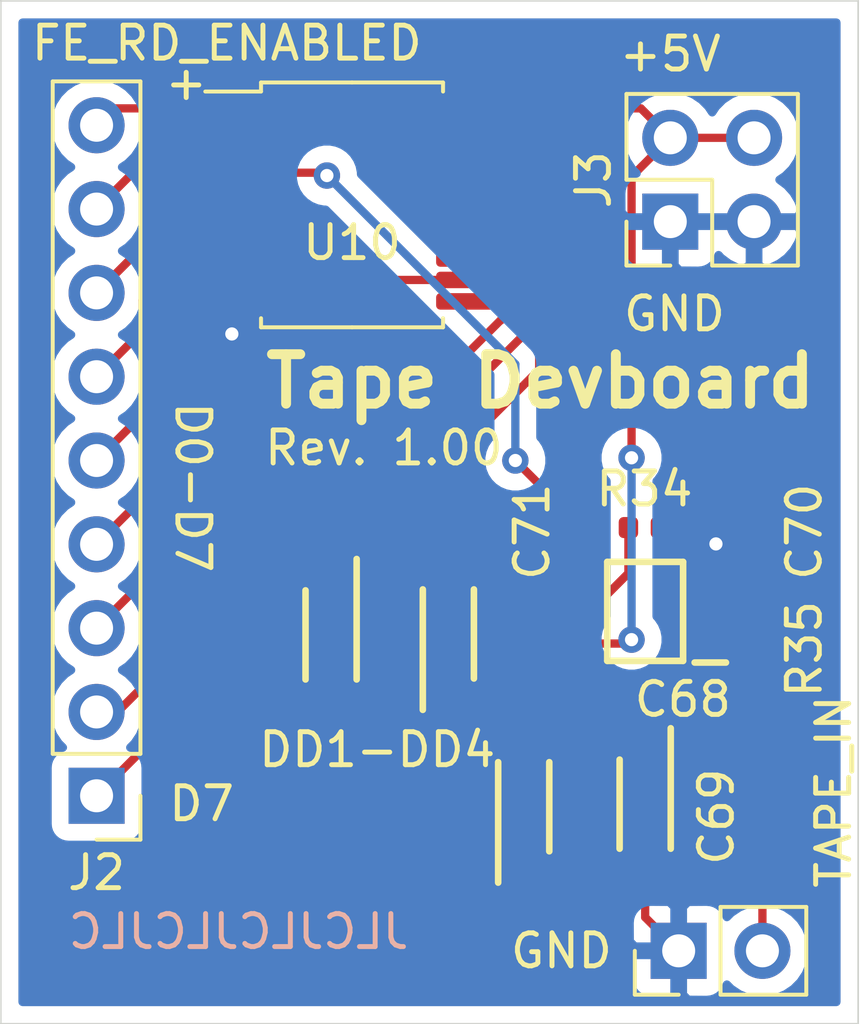
<source format=kicad_pcb>
(kicad_pcb (version 20171130) (host pcbnew "(5.1.6)-1")

  (general
    (thickness 1.6)
    (drawings 16)
    (tracks 107)
    (zones 0)
    (modules 15)
    (nets 21)
  )

  (page A4)
  (layers
    (0 F.Cu signal)
    (31 B.Cu signal)
    (32 B.Adhes user)
    (33 F.Adhes user)
    (34 B.Paste user)
    (35 F.Paste user)
    (36 B.SilkS user)
    (37 F.SilkS user)
    (38 B.Mask user)
    (39 F.Mask user)
    (40 Dwgs.User user)
    (41 Cmts.User user)
    (42 Eco1.User user)
    (43 Eco2.User user)
    (44 Edge.Cuts user)
    (45 Margin user)
    (46 B.CrtYd user)
    (47 F.CrtYd user)
    (48 B.Fab user)
    (49 F.Fab user hide)
  )

  (setup
    (last_trace_width 0.25)
    (trace_clearance 0.2)
    (zone_clearance 0.508)
    (zone_45_only no)
    (trace_min 0.2)
    (via_size 0.8)
    (via_drill 0.4)
    (via_min_size 0.4)
    (via_min_drill 0.3)
    (uvia_size 0.3)
    (uvia_drill 0.1)
    (uvias_allowed no)
    (uvia_min_size 0.2)
    (uvia_min_drill 0.1)
    (edge_width 0.05)
    (segment_width 0.2)
    (pcb_text_width 0.3)
    (pcb_text_size 1.5 1.5)
    (mod_edge_width 0.12)
    (mod_text_size 1 1)
    (mod_text_width 0.15)
    (pad_size 1.524 1.524)
    (pad_drill 0.762)
    (pad_to_mask_clearance 0.05)
    (aux_axis_origin 0 0)
    (visible_elements 7FFFFFFF)
    (pcbplotparams
      (layerselection 0x010fc_ffffffff)
      (usegerberextensions false)
      (usegerberattributes true)
      (usegerberadvancedattributes true)
      (creategerberjobfile true)
      (excludeedgelayer true)
      (linewidth 0.100000)
      (plotframeref false)
      (viasonmask false)
      (mode 1)
      (useauxorigin false)
      (hpglpennumber 1)
      (hpglpenspeed 20)
      (hpglpendiameter 15.000000)
      (psnegative false)
      (psa4output false)
      (plotreference true)
      (plotvalue true)
      (plotinvisibletext false)
      (padsonsilk false)
      (subtractmaskfromsilk false)
      (outputformat 1)
      (mirror false)
      (drillshape 0)
      (scaleselection 1)
      (outputdirectory "gerber/"))
  )

  (net 0 "")
  (net 1 "Net-(C68-Pad2)")
  (net 2 "Net-(C68-Pad1)")
  (net 3 /TAPE_IN)
  (net 4 "Net-(C70-Pad2)")
  (net 5 "Net-(C70-Pad1)")
  (net 6 "Net-(C71-Pad2)")
  (net 7 "Net-(C71-Pad1)")
  (net 8 GND)
  (net 9 "Net-(D2-Pad1)")
  (net 10 +5V)
  (net 11 /TAPE_IN_DIGIT)
  (net 12 /FE_RD_ENABLED)
  (net 13 /D0)
  (net 14 /D1)
  (net 15 /D2)
  (net 16 /D3)
  (net 17 /D4)
  (net 18 /D5)
  (net 19 /D6)
  (net 20 /D7)

  (net_class Default "This is the default net class."
    (clearance 0.2)
    (trace_width 0.25)
    (via_dia 0.8)
    (via_drill 0.4)
    (uvia_dia 0.3)
    (uvia_drill 0.1)
    (add_net +5V)
    (add_net /D0)
    (add_net /D1)
    (add_net /D2)
    (add_net /D3)
    (add_net /D4)
    (add_net /D5)
    (add_net /D6)
    (add_net /D7)
    (add_net /FE_RD_ENABLED)
    (add_net /TAPE_IN)
    (add_net /TAPE_IN_DIGIT)
    (add_net GND)
    (add_net "Net-(C68-Pad1)")
    (add_net "Net-(C68-Pad2)")
    (add_net "Net-(C70-Pad1)")
    (add_net "Net-(C70-Pad2)")
    (add_net "Net-(C71-Pad1)")
    (add_net "Net-(C71-Pad2)")
    (add_net "Net-(D2-Pad1)")
  )

  (module Package_SO:SSOP-20_5.3x7.2mm_P0.65mm (layer F.Cu) (tedit 5D9F72B1) (tstamp 5F663395)
    (at 128.651 75.184)
    (descr "SSOP, 20 Pin (http://ww1.microchip.com/downloads/en/DeviceDoc/40001800C.pdf), generated with kicad-footprint-generator ipc_gullwing_generator.py")
    (tags "SSOP SO")
    (path /5F5F9FD0)
    (attr smd)
    (fp_text reference U10 (at 0 1.143) (layer F.SilkS)
      (effects (font (size 1 1) (thickness 0.15)))
    )
    (fp_text value 74LS244 (at 0 4.55) (layer F.Fab)
      (effects (font (size 1 1) (thickness 0.15)))
    )
    (fp_line (start 4.7 -3.85) (end -4.7 -3.85) (layer F.CrtYd) (width 0.05))
    (fp_line (start 4.7 3.85) (end 4.7 -3.85) (layer F.CrtYd) (width 0.05))
    (fp_line (start -4.7 3.85) (end 4.7 3.85) (layer F.CrtYd) (width 0.05))
    (fp_line (start -4.7 -3.85) (end -4.7 3.85) (layer F.CrtYd) (width 0.05))
    (fp_line (start -2.65 -2.6) (end -1.65 -3.6) (layer F.Fab) (width 0.1))
    (fp_line (start -2.65 3.6) (end -2.65 -2.6) (layer F.Fab) (width 0.1))
    (fp_line (start 2.65 3.6) (end -2.65 3.6) (layer F.Fab) (width 0.1))
    (fp_line (start 2.65 -3.6) (end 2.65 3.6) (layer F.Fab) (width 0.1))
    (fp_line (start -1.65 -3.6) (end 2.65 -3.6) (layer F.Fab) (width 0.1))
    (fp_line (start -2.76 -3.435) (end -4.45 -3.435) (layer F.SilkS) (width 0.12))
    (fp_line (start -2.76 -3.71) (end -2.76 -3.435) (layer F.SilkS) (width 0.12))
    (fp_line (start 0 -3.71) (end -2.76 -3.71) (layer F.SilkS) (width 0.12))
    (fp_line (start 2.76 -3.71) (end 2.76 -3.435) (layer F.SilkS) (width 0.12))
    (fp_line (start 0 -3.71) (end 2.76 -3.71) (layer F.SilkS) (width 0.12))
    (fp_line (start -2.76 3.71) (end -2.76 3.435) (layer F.SilkS) (width 0.12))
    (fp_line (start 0 3.71) (end -2.76 3.71) (layer F.SilkS) (width 0.12))
    (fp_line (start 2.76 3.71) (end 2.76 3.435) (layer F.SilkS) (width 0.12))
    (fp_line (start 0 3.71) (end 2.76 3.71) (layer F.SilkS) (width 0.12))
    (fp_text user %R (at 0 0) (layer F.Fab)
      (effects (font (size 1 1) (thickness 0.15)))
    )
    (pad 20 smd roundrect (at 3.5 -2.925) (size 1.9 0.5) (layers F.Cu F.Paste F.Mask) (roundrect_rratio 0.25)
      (net 10 +5V))
    (pad 19 smd roundrect (at 3.5 -2.275) (size 1.9 0.5) (layers F.Cu F.Paste F.Mask) (roundrect_rratio 0.25)
      (net 12 /FE_RD_ENABLED))
    (pad 18 smd roundrect (at 3.5 -1.625) (size 1.9 0.5) (layers F.Cu F.Paste F.Mask) (roundrect_rratio 0.25)
      (net 20 /D7))
    (pad 17 smd roundrect (at 3.5 -0.975) (size 1.9 0.5) (layers F.Cu F.Paste F.Mask) (roundrect_rratio 0.25))
    (pad 16 smd roundrect (at 3.5 -0.325) (size 1.9 0.5) (layers F.Cu F.Paste F.Mask) (roundrect_rratio 0.25)
      (net 19 /D6))
    (pad 15 smd roundrect (at 3.5 0.325) (size 1.9 0.5) (layers F.Cu F.Paste F.Mask) (roundrect_rratio 0.25))
    (pad 14 smd roundrect (at 3.5 0.975) (size 1.9 0.5) (layers F.Cu F.Paste F.Mask) (roundrect_rratio 0.25)
      (net 18 /D5))
    (pad 13 smd roundrect (at 3.5 1.625) (size 1.9 0.5) (layers F.Cu F.Paste F.Mask) (roundrect_rratio 0.25))
    (pad 12 smd roundrect (at 3.5 2.275) (size 1.9 0.5) (layers F.Cu F.Paste F.Mask) (roundrect_rratio 0.25)
      (net 17 /D4))
    (pad 11 smd roundrect (at 3.5 2.925) (size 1.9 0.5) (layers F.Cu F.Paste F.Mask) (roundrect_rratio 0.25))
    (pad 10 smd roundrect (at -3.5 2.925) (size 1.9 0.5) (layers F.Cu F.Paste F.Mask) (roundrect_rratio 0.25)
      (net 8 GND))
    (pad 9 smd roundrect (at -3.5 2.275) (size 1.9 0.5) (layers F.Cu F.Paste F.Mask) (roundrect_rratio 0.25)
      (net 16 /D3))
    (pad 8 smd roundrect (at -3.5 1.625) (size 1.9 0.5) (layers F.Cu F.Paste F.Mask) (roundrect_rratio 0.25))
    (pad 7 smd roundrect (at -3.5 0.975) (size 1.9 0.5) (layers F.Cu F.Paste F.Mask) (roundrect_rratio 0.25)
      (net 15 /D2))
    (pad 6 smd roundrect (at -3.5 0.325) (size 1.9 0.5) (layers F.Cu F.Paste F.Mask) (roundrect_rratio 0.25))
    (pad 5 smd roundrect (at -3.5 -0.325) (size 1.9 0.5) (layers F.Cu F.Paste F.Mask) (roundrect_rratio 0.25)
      (net 14 /D1))
    (pad 4 smd roundrect (at -3.5 -0.975) (size 1.9 0.5) (layers F.Cu F.Paste F.Mask) (roundrect_rratio 0.25)
      (net 11 /TAPE_IN_DIGIT))
    (pad 3 smd roundrect (at -3.5 -1.625) (size 1.9 0.5) (layers F.Cu F.Paste F.Mask) (roundrect_rratio 0.25)
      (net 13 /D0))
    (pad 2 smd roundrect (at -3.5 -2.275) (size 1.9 0.5) (layers F.Cu F.Paste F.Mask) (roundrect_rratio 0.25))
    (pad 1 smd roundrect (at -3.5 -2.925) (size 1.9 0.5) (layers F.Cu F.Paste F.Mask) (roundrect_rratio 0.25)
      (net 12 /FE_RD_ENABLED))
    (model ${KISYS3DMOD}/Package_SO.3dshapes/SSOP-20_5.3x7.2mm_P0.65mm.wrl
      (at (xyz 0 0 0))
      (scale (xyz 1 1 1))
      (rotate (xyz 0 0 0))
    )
  )

  (module Resistor_SMD:R_0402_1005Metric (layer F.Cu) (tedit 5B301BBD) (tstamp 5F66336A)
    (at 141.097 89.939 270)
    (descr "Resistor SMD 0402 (1005 Metric), square (rectangular) end terminal, IPC_7351 nominal, (Body size source: http://www.tortai-tech.com/upload/download/2011102023233369053.pdf), generated with kicad-footprint-generator")
    (tags resistor)
    (path /5F6386E6)
    (attr smd)
    (fp_text reference R35 (at -1.293 -1.27 90) (layer F.SilkS)
      (effects (font (size 1 1) (thickness 0.15)))
    )
    (fp_text value 620 (at 0 1.17 90) (layer F.Fab)
      (effects (font (size 1 1) (thickness 0.15)))
    )
    (fp_line (start 0.93 0.47) (end -0.93 0.47) (layer F.CrtYd) (width 0.05))
    (fp_line (start 0.93 -0.47) (end 0.93 0.47) (layer F.CrtYd) (width 0.05))
    (fp_line (start -0.93 -0.47) (end 0.93 -0.47) (layer F.CrtYd) (width 0.05))
    (fp_line (start -0.93 0.47) (end -0.93 -0.47) (layer F.CrtYd) (width 0.05))
    (fp_line (start 0.5 0.25) (end -0.5 0.25) (layer F.Fab) (width 0.1))
    (fp_line (start 0.5 -0.25) (end 0.5 0.25) (layer F.Fab) (width 0.1))
    (fp_line (start -0.5 -0.25) (end 0.5 -0.25) (layer F.Fab) (width 0.1))
    (fp_line (start -0.5 0.25) (end -0.5 -0.25) (layer F.Fab) (width 0.1))
    (fp_text user %R (at 0 0 90) (layer F.Fab)
      (effects (font (size 0.25 0.25) (thickness 0.04)))
    )
    (pad 2 smd roundrect (at 0.485 0 270) (size 0.59 0.64) (layers F.Cu F.Paste F.Mask) (roundrect_rratio 0.25)
      (net 1 "Net-(C68-Pad2)"))
    (pad 1 smd roundrect (at -0.485 0 270) (size 0.59 0.64) (layers F.Cu F.Paste F.Mask) (roundrect_rratio 0.25)
      (net 9 "Net-(D2-Pad1)"))
    (model ${KISYS3DMOD}/Resistor_SMD.3dshapes/R_0402_1005Metric.wrl
      (at (xyz 0 0 0))
      (scale (xyz 1 1 1))
      (rotate (xyz 0 0 0))
    )
  )

  (module Resistor_SMD:R_0402_1005Metric (layer F.Cu) (tedit 5B301BBD) (tstamp 5F66335B)
    (at 137.518 84.963)
    (descr "Resistor SMD 0402 (1005 Metric), square (rectangular) end terminal, IPC_7351 nominal, (Body size source: http://www.tortai-tech.com/upload/download/2011102023233369053.pdf), generated with kicad-footprint-generator")
    (tags resistor)
    (path /5F6CEC88)
    (attr smd)
    (fp_text reference R34 (at 0 -1.17) (layer F.SilkS)
      (effects (font (size 1 1) (thickness 0.15)))
    )
    (fp_text value 100k (at 0 1.17) (layer F.Fab)
      (effects (font (size 1 1) (thickness 0.15)))
    )
    (fp_line (start 0.93 0.47) (end -0.93 0.47) (layer F.CrtYd) (width 0.05))
    (fp_line (start 0.93 -0.47) (end 0.93 0.47) (layer F.CrtYd) (width 0.05))
    (fp_line (start -0.93 -0.47) (end 0.93 -0.47) (layer F.CrtYd) (width 0.05))
    (fp_line (start -0.93 0.47) (end -0.93 -0.47) (layer F.CrtYd) (width 0.05))
    (fp_line (start 0.5 0.25) (end -0.5 0.25) (layer F.Fab) (width 0.1))
    (fp_line (start 0.5 -0.25) (end 0.5 0.25) (layer F.Fab) (width 0.1))
    (fp_line (start -0.5 -0.25) (end 0.5 -0.25) (layer F.Fab) (width 0.1))
    (fp_line (start -0.5 0.25) (end -0.5 -0.25) (layer F.Fab) (width 0.1))
    (fp_text user %R (at 0 0) (layer F.Fab)
      (effects (font (size 0.25 0.25) (thickness 0.04)))
    )
    (pad 2 smd roundrect (at 0.485 0) (size 0.59 0.64) (layers F.Cu F.Paste F.Mask) (roundrect_rratio 0.25)
      (net 5 "Net-(C70-Pad1)"))
    (pad 1 smd roundrect (at -0.485 0) (size 0.59 0.64) (layers F.Cu F.Paste F.Mask) (roundrect_rratio 0.25)
      (net 7 "Net-(C71-Pad1)"))
    (model ${KISYS3DMOD}/Resistor_SMD.3dshapes/R_0402_1005Metric.wrl
      (at (xyz 0 0 0))
      (scale (xyz 1 1 1))
      (rotate (xyz 0 0 0))
    )
  )

  (module Connector_PinHeader_2.54mm:PinHeader_2x02_P2.54mm_Vertical (layer F.Cu) (tedit 59FED5CC) (tstamp 5F66334C)
    (at 138.303 75.692 90)
    (descr "Through hole straight pin header, 2x02, 2.54mm pitch, double rows")
    (tags "Through hole pin header THT 2x02 2.54mm double row")
    (path /5F6C0AAE)
    (fp_text reference J3 (at 1.27 -2.33 90) (layer F.SilkS)
      (effects (font (size 1 1) (thickness 0.15)))
    )
    (fp_text value Conn_02x02_Odd_Even (at 1.27 4.87 90) (layer F.Fab)
      (effects (font (size 1 1) (thickness 0.15)))
    )
    (fp_line (start 4.35 -1.8) (end -1.8 -1.8) (layer F.CrtYd) (width 0.05))
    (fp_line (start 4.35 4.35) (end 4.35 -1.8) (layer F.CrtYd) (width 0.05))
    (fp_line (start -1.8 4.35) (end 4.35 4.35) (layer F.CrtYd) (width 0.05))
    (fp_line (start -1.8 -1.8) (end -1.8 4.35) (layer F.CrtYd) (width 0.05))
    (fp_line (start -1.33 -1.33) (end 0 -1.33) (layer F.SilkS) (width 0.12))
    (fp_line (start -1.33 0) (end -1.33 -1.33) (layer F.SilkS) (width 0.12))
    (fp_line (start 1.27 -1.33) (end 3.87 -1.33) (layer F.SilkS) (width 0.12))
    (fp_line (start 1.27 1.27) (end 1.27 -1.33) (layer F.SilkS) (width 0.12))
    (fp_line (start -1.33 1.27) (end 1.27 1.27) (layer F.SilkS) (width 0.12))
    (fp_line (start 3.87 -1.33) (end 3.87 3.87) (layer F.SilkS) (width 0.12))
    (fp_line (start -1.33 1.27) (end -1.33 3.87) (layer F.SilkS) (width 0.12))
    (fp_line (start -1.33 3.87) (end 3.87 3.87) (layer F.SilkS) (width 0.12))
    (fp_line (start -1.27 0) (end 0 -1.27) (layer F.Fab) (width 0.1))
    (fp_line (start -1.27 3.81) (end -1.27 0) (layer F.Fab) (width 0.1))
    (fp_line (start 3.81 3.81) (end -1.27 3.81) (layer F.Fab) (width 0.1))
    (fp_line (start 3.81 -1.27) (end 3.81 3.81) (layer F.Fab) (width 0.1))
    (fp_line (start 0 -1.27) (end 3.81 -1.27) (layer F.Fab) (width 0.1))
    (fp_text user %R (at 1.27 1.27) (layer F.Fab)
      (effects (font (size 1 1) (thickness 0.15)))
    )
    (pad 4 thru_hole oval (at 2.54 2.54 90) (size 1.7 1.7) (drill 1) (layers *.Cu *.Mask)
      (net 10 +5V))
    (pad 3 thru_hole oval (at 0 2.54 90) (size 1.7 1.7) (drill 1) (layers *.Cu *.Mask)
      (net 8 GND))
    (pad 2 thru_hole oval (at 2.54 0 90) (size 1.7 1.7) (drill 1) (layers *.Cu *.Mask)
      (net 10 +5V))
    (pad 1 thru_hole rect (at 0 0 90) (size 1.7 1.7) (drill 1) (layers *.Cu *.Mask)
      (net 8 GND))
    (model ${KISYS3DMOD}/Connector_PinHeader_2.54mm.3dshapes/PinHeader_2x02_P2.54mm_Vertical.wrl
      (at (xyz 0 0 0))
      (scale (xyz 1 1 1))
      (rotate (xyz 0 0 0))
    )
  )

  (module Connector_PinHeader_2.54mm:PinHeader_1x09_P2.54mm_Vertical (layer F.Cu) (tedit 59FED5CC) (tstamp 5F663332)
    (at 120.904 93.091 180)
    (descr "Through hole straight pin header, 1x09, 2.54mm pitch, single row")
    (tags "Through hole pin header THT 1x09 2.54mm single row")
    (path /5F6B68FB)
    (fp_text reference J2 (at 0 -2.33) (layer F.SilkS)
      (effects (font (size 1 1) (thickness 0.15)))
    )
    (fp_text value Conn_01x09 (at 0 22.65) (layer F.Fab)
      (effects (font (size 1 1) (thickness 0.15)))
    )
    (fp_line (start 1.8 -1.8) (end -1.8 -1.8) (layer F.CrtYd) (width 0.05))
    (fp_line (start 1.8 22.1) (end 1.8 -1.8) (layer F.CrtYd) (width 0.05))
    (fp_line (start -1.8 22.1) (end 1.8 22.1) (layer F.CrtYd) (width 0.05))
    (fp_line (start -1.8 -1.8) (end -1.8 22.1) (layer F.CrtYd) (width 0.05))
    (fp_line (start -1.33 -1.33) (end 0 -1.33) (layer F.SilkS) (width 0.12))
    (fp_line (start -1.33 0) (end -1.33 -1.33) (layer F.SilkS) (width 0.12))
    (fp_line (start -1.33 1.27) (end 1.33 1.27) (layer F.SilkS) (width 0.12))
    (fp_line (start 1.33 1.27) (end 1.33 21.65) (layer F.SilkS) (width 0.12))
    (fp_line (start -1.33 1.27) (end -1.33 21.65) (layer F.SilkS) (width 0.12))
    (fp_line (start -1.33 21.65) (end 1.33 21.65) (layer F.SilkS) (width 0.12))
    (fp_line (start -1.27 -0.635) (end -0.635 -1.27) (layer F.Fab) (width 0.1))
    (fp_line (start -1.27 21.59) (end -1.27 -0.635) (layer F.Fab) (width 0.1))
    (fp_line (start 1.27 21.59) (end -1.27 21.59) (layer F.Fab) (width 0.1))
    (fp_line (start 1.27 -1.27) (end 1.27 21.59) (layer F.Fab) (width 0.1))
    (fp_line (start -0.635 -1.27) (end 1.27 -1.27) (layer F.Fab) (width 0.1))
    (fp_text user %R (at 0 10.16 90) (layer F.Fab)
      (effects (font (size 1 1) (thickness 0.15)))
    )
    (pad 9 thru_hole oval (at 0 20.32 180) (size 1.7 1.7) (drill 1) (layers *.Cu *.Mask)
      (net 12 /FE_RD_ENABLED))
    (pad 8 thru_hole oval (at 0 17.78 180) (size 1.7 1.7) (drill 1) (layers *.Cu *.Mask)
      (net 13 /D0))
    (pad 7 thru_hole oval (at 0 15.24 180) (size 1.7 1.7) (drill 1) (layers *.Cu *.Mask)
      (net 14 /D1))
    (pad 6 thru_hole oval (at 0 12.7 180) (size 1.7 1.7) (drill 1) (layers *.Cu *.Mask)
      (net 15 /D2))
    (pad 5 thru_hole oval (at 0 10.16 180) (size 1.7 1.7) (drill 1) (layers *.Cu *.Mask)
      (net 16 /D3))
    (pad 4 thru_hole oval (at 0 7.62 180) (size 1.7 1.7) (drill 1) (layers *.Cu *.Mask)
      (net 17 /D4))
    (pad 3 thru_hole oval (at 0 5.08 180) (size 1.7 1.7) (drill 1) (layers *.Cu *.Mask)
      (net 18 /D5))
    (pad 2 thru_hole oval (at 0 2.54 180) (size 1.7 1.7) (drill 1) (layers *.Cu *.Mask)
      (net 19 /D6))
    (pad 1 thru_hole rect (at 0 0 180) (size 1.7 1.7) (drill 1) (layers *.Cu *.Mask)
      (net 20 /D7))
    (model ${KISYS3DMOD}/Connector_PinHeader_2.54mm.3dshapes/PinHeader_1x09_P2.54mm_Vertical.wrl
      (at (xyz 0 0 0))
      (scale (xyz 1 1 1))
      (rotate (xyz 0 0 0))
    )
  )

  (module Connector_PinHeader_2.54mm:PinHeader_1x02_P2.54mm_Vertical (layer F.Cu) (tedit 59FED5CC) (tstamp 5F663315)
    (at 138.557 97.79 90)
    (descr "Through hole straight pin header, 1x02, 2.54mm pitch, single row")
    (tags "Through hole pin header THT 1x02 2.54mm single row")
    (path /5F6B0548)
    (fp_text reference J1 (at 0 -2.33 90) (layer F.SilkS) hide
      (effects (font (size 1 1) (thickness 0.15)))
    )
    (fp_text value Conn_01x02 (at 0 4.87 90) (layer F.Fab)
      (effects (font (size 1 1) (thickness 0.15)))
    )
    (fp_line (start 1.8 -1.8) (end -1.8 -1.8) (layer F.CrtYd) (width 0.05))
    (fp_line (start 1.8 4.35) (end 1.8 -1.8) (layer F.CrtYd) (width 0.05))
    (fp_line (start -1.8 4.35) (end 1.8 4.35) (layer F.CrtYd) (width 0.05))
    (fp_line (start -1.8 -1.8) (end -1.8 4.35) (layer F.CrtYd) (width 0.05))
    (fp_line (start -1.33 -1.33) (end 0 -1.33) (layer F.SilkS) (width 0.12))
    (fp_line (start -1.33 0) (end -1.33 -1.33) (layer F.SilkS) (width 0.12))
    (fp_line (start -1.33 1.27) (end 1.33 1.27) (layer F.SilkS) (width 0.12))
    (fp_line (start 1.33 1.27) (end 1.33 3.87) (layer F.SilkS) (width 0.12))
    (fp_line (start -1.33 1.27) (end -1.33 3.87) (layer F.SilkS) (width 0.12))
    (fp_line (start -1.33 3.87) (end 1.33 3.87) (layer F.SilkS) (width 0.12))
    (fp_line (start -1.27 -0.635) (end -0.635 -1.27) (layer F.Fab) (width 0.1))
    (fp_line (start -1.27 3.81) (end -1.27 -0.635) (layer F.Fab) (width 0.1))
    (fp_line (start 1.27 3.81) (end -1.27 3.81) (layer F.Fab) (width 0.1))
    (fp_line (start 1.27 -1.27) (end 1.27 3.81) (layer F.Fab) (width 0.1))
    (fp_line (start -0.635 -1.27) (end 1.27 -1.27) (layer F.Fab) (width 0.1))
    (fp_text user %R (at 0 1.27) (layer F.Fab)
      (effects (font (size 1 1) (thickness 0.15)))
    )
    (pad 2 thru_hole oval (at 0 2.54 90) (size 1.7 1.7) (drill 1) (layers *.Cu *.Mask)
      (net 3 /TAPE_IN))
    (pad 1 thru_hole rect (at 0 0 90) (size 1.7 1.7) (drill 1) (layers *.Cu *.Mask)
      (net 8 GND))
    (model ${KISYS3DMOD}/Connector_PinHeader_2.54mm.3dshapes/PinHeader_1x02_P2.54mm_Vertical.wrl
      (at (xyz 0 0 0))
      (scale (xyz 1 1 1))
      (rotate (xyz 0 0 0))
    )
  )

  (module SamacSys_Parts:SOP65P400X110-8N (layer F.Cu) (tedit 0) (tstamp 5F6632FF)
    (at 137.541 87.503 180)
    (descr SOT505-2)
    (tags "Integrated Circuit")
    (path /5F6A771D)
    (attr smd)
    (fp_text reference IC13 (at 0 -1.143 270) (layer F.SilkS) hide
      (effects (font (size 1.27 1.27) (thickness 0.254)))
    )
    (fp_text value 74HCT3G14DP,125 (at 0 0) (layer F.SilkS) hide
      (effects (font (size 1.27 1.27) (thickness 0.254)))
    )
    (fp_line (start -2.45 -1.55) (end -1.5 -1.55) (layer F.SilkS) (width 0.2))
    (fp_line (start -1.15 1.5) (end -1.15 -1.5) (layer F.SilkS) (width 0.2))
    (fp_line (start 1.15 1.5) (end -1.15 1.5) (layer F.SilkS) (width 0.2))
    (fp_line (start 1.15 -1.5) (end 1.15 1.5) (layer F.SilkS) (width 0.2))
    (fp_line (start -1.15 -1.5) (end 1.15 -1.5) (layer F.SilkS) (width 0.2))
    (fp_line (start -1.5 -0.85) (end -0.85 -1.5) (layer F.Fab) (width 0.1))
    (fp_line (start -1.5 1.5) (end -1.5 -1.5) (layer F.Fab) (width 0.1))
    (fp_line (start 1.5 1.5) (end -1.5 1.5) (layer F.Fab) (width 0.1))
    (fp_line (start 1.5 -1.5) (end 1.5 1.5) (layer F.Fab) (width 0.1))
    (fp_line (start -1.5 -1.5) (end 1.5 -1.5) (layer F.Fab) (width 0.1))
    (fp_line (start -2.7 1.8) (end -2.7 -1.8) (layer F.CrtYd) (width 0.05))
    (fp_line (start 2.7 1.8) (end -2.7 1.8) (layer F.CrtYd) (width 0.05))
    (fp_line (start 2.7 -1.8) (end 2.7 1.8) (layer F.CrtYd) (width 0.05))
    (fp_line (start -2.7 -1.8) (end 2.7 -1.8) (layer F.CrtYd) (width 0.05))
    (fp_text user %R (at 0 0) (layer F.Fab)
      (effects (font (size 1.27 1.27) (thickness 0.254)))
    )
    (pad 8 smd rect (at 1.975 -0.975 270) (size 0.45 0.95) (layers F.Cu F.Paste F.Mask)
      (net 10 +5V))
    (pad 7 smd rect (at 1.975 -0.325 270) (size 0.45 0.95) (layers F.Cu F.Paste F.Mask)
      (net 6 "Net-(C71-Pad2)"))
    (pad 6 smd rect (at 1.975 0.325 270) (size 0.45 0.95) (layers F.Cu F.Paste F.Mask)
      (net 7 "Net-(C71-Pad1)"))
    (pad 5 smd rect (at 1.975 0.975 270) (size 0.45 0.95) (layers F.Cu F.Paste F.Mask)
      (net 11 /TAPE_IN_DIGIT))
    (pad 4 smd rect (at -1.975 0.975 270) (size 0.45 0.95) (layers F.Cu F.Paste F.Mask)
      (net 8 GND))
    (pad 3 smd rect (at -1.975 0.325 270) (size 0.45 0.95) (layers F.Cu F.Paste F.Mask)
      (net 4 "Net-(C70-Pad2)"))
    (pad 2 smd rect (at -1.975 -0.325 270) (size 0.45 0.95) (layers F.Cu F.Paste F.Mask)
      (net 5 "Net-(C70-Pad1)"))
    (pad 1 smd rect (at -1.975 -0.975 270) (size 0.45 0.95) (layers F.Cu F.Paste F.Mask)
      (net 9 "Net-(D2-Pad1)"))
    (model "D:\\docs\\GitHub\\DIY\\zx\\pentagon 128 portable\\KiCad\\SamacSys_Parts.3dshapes\\74HCT3G14DP,125.stp"
      (at (xyz 0 0 0))
      (scale (xyz 1 1 1))
      (rotate (xyz 0 0 0))
    )
  )

  (module SamacSys_Parts:SOD3716X145N (layer F.Cu) (tedit 0) (tstamp 5F66485B)
    (at 128.016 88.216 270)
    (descr 1N6263W-7-F)
    (tags Diode)
    (path /5F68BE6C)
    (attr smd)
    (fp_text reference D4 (at 4.113 0 90) (layer F.SilkS) hide
      (effects (font (size 1.27 1.27) (thickness 0.254)))
    )
    (fp_text value 1N4148W-7-F (at 0 0 90) (layer F.SilkS) hide
      (effects (font (size 1.27 1.27) (thickness 0.254)))
    )
    (fp_line (start -1.35 0.775) (end 1.35 0.775) (layer F.SilkS) (width 0.2))
    (fp_line (start -2.3 -0.775) (end 1.35 -0.775) (layer F.SilkS) (width 0.2))
    (fp_line (start -1.35 -0.175) (end -0.75 -0.775) (layer F.Fab) (width 0.1))
    (fp_line (start -1.35 0.775) (end -1.35 -0.775) (layer F.Fab) (width 0.1))
    (fp_line (start 1.35 0.775) (end -1.35 0.775) (layer F.Fab) (width 0.1))
    (fp_line (start 1.35 -0.775) (end 1.35 0.775) (layer F.Fab) (width 0.1))
    (fp_line (start -1.35 -0.775) (end 1.35 -0.775) (layer F.Fab) (width 0.1))
    (fp_line (start -2.55 1.675) (end -2.55 -1.675) (layer F.CrtYd) (width 0.05))
    (fp_line (start 2.55 1.675) (end -2.55 1.675) (layer F.CrtYd) (width 0.05))
    (fp_line (start 2.55 -1.675) (end 2.55 1.675) (layer F.CrtYd) (width 0.05))
    (fp_line (start -2.55 -1.675) (end 2.55 -1.675) (layer F.CrtYd) (width 0.05))
    (fp_text user %R (at 0 0 90) (layer F.Fab)
      (effects (font (size 1.27 1.27) (thickness 0.254)))
    )
    (pad 2 smd rect (at 1.7 0) (size 0.75 1.2) (layers F.Cu F.Paste F.Mask)
      (net 9 "Net-(D2-Pad1)"))
    (pad 1 smd rect (at -1.7 0) (size 0.75 1.2) (layers F.Cu F.Paste F.Mask)
      (net 6 "Net-(C71-Pad2)"))
    (model "D:\\docs\\GitHub\\DIY\\zx\\pentagon 128 portable\\KiCad\\SamacSys_Parts.3dshapes\\1N4148W-7-F.stp"
      (at (xyz 0 0 0))
      (scale (xyz 1 1 1))
      (rotate (xyz 0 0 0))
    )
  )

  (module SamacSys_Parts:SOD3716X145N (layer F.Cu) (tedit 0) (tstamp 5F6632D2)
    (at 137.541 93.345 270)
    (descr 1N6263W-7-F)
    (tags Diode)
    (path /5F697C1F)
    (attr smd)
    (fp_text reference D3 (at 0 0 90) (layer F.SilkS) hide
      (effects (font (size 1.27 1.27) (thickness 0.254)))
    )
    (fp_text value 1N4148W-7-F (at 0 0 90) (layer F.SilkS) hide
      (effects (font (size 1.27 1.27) (thickness 0.254)))
    )
    (fp_line (start -1.35 0.775) (end 1.35 0.775) (layer F.SilkS) (width 0.2))
    (fp_line (start -2.3 -0.775) (end 1.35 -0.775) (layer F.SilkS) (width 0.2))
    (fp_line (start -1.35 -0.175) (end -0.75 -0.775) (layer F.Fab) (width 0.1))
    (fp_line (start -1.35 0.775) (end -1.35 -0.775) (layer F.Fab) (width 0.1))
    (fp_line (start 1.35 0.775) (end -1.35 0.775) (layer F.Fab) (width 0.1))
    (fp_line (start 1.35 -0.775) (end 1.35 0.775) (layer F.Fab) (width 0.1))
    (fp_line (start -1.35 -0.775) (end 1.35 -0.775) (layer F.Fab) (width 0.1))
    (fp_line (start -2.55 1.675) (end -2.55 -1.675) (layer F.CrtYd) (width 0.05))
    (fp_line (start 2.55 1.675) (end -2.55 1.675) (layer F.CrtYd) (width 0.05))
    (fp_line (start 2.55 -1.675) (end 2.55 1.675) (layer F.CrtYd) (width 0.05))
    (fp_line (start -2.55 -1.675) (end 2.55 -1.675) (layer F.CrtYd) (width 0.05))
    (fp_text user %R (at 0 0 90) (layer F.Fab)
      (effects (font (size 1.27 1.27) (thickness 0.254)))
    )
    (pad 2 smd rect (at 1.7 0) (size 0.75 1.2) (layers F.Cu F.Paste F.Mask)
      (net 8 GND))
    (pad 1 smd rect (at -1.7 0) (size 0.75 1.2) (layers F.Cu F.Paste F.Mask)
      (net 2 "Net-(C68-Pad1)"))
    (model "D:\\docs\\GitHub\\DIY\\zx\\pentagon 128 portable\\KiCad\\SamacSys_Parts.3dshapes\\1N4148W-7-F.stp"
      (at (xyz 0 0 0))
      (scale (xyz 1 1 1))
      (rotate (xyz 0 0 0))
    )
  )

  (module SamacSys_Parts:SOD3716X145N (layer F.Cu) (tedit 0) (tstamp 5F66488E)
    (at 131.572 88.187 90)
    (descr 1N6263W-7-F)
    (tags Diode)
    (path /5F68872D)
    (attr smd)
    (fp_text reference D2 (at -4.142 -1.905 90) (layer F.SilkS) hide
      (effects (font (size 1.27 1.27) (thickness 0.254)))
    )
    (fp_text value 1N4148W-7-F (at 0 0 90) (layer F.SilkS) hide
      (effects (font (size 1.27 1.27) (thickness 0.254)))
    )
    (fp_line (start -1.35 0.775) (end 1.35 0.775) (layer F.SilkS) (width 0.2))
    (fp_line (start -2.3 -0.775) (end 1.35 -0.775) (layer F.SilkS) (width 0.2))
    (fp_line (start -1.35 -0.175) (end -0.75 -0.775) (layer F.Fab) (width 0.1))
    (fp_line (start -1.35 0.775) (end -1.35 -0.775) (layer F.Fab) (width 0.1))
    (fp_line (start 1.35 0.775) (end -1.35 0.775) (layer F.Fab) (width 0.1))
    (fp_line (start 1.35 -0.775) (end 1.35 0.775) (layer F.Fab) (width 0.1))
    (fp_line (start -1.35 -0.775) (end 1.35 -0.775) (layer F.Fab) (width 0.1))
    (fp_line (start -2.55 1.675) (end -2.55 -1.675) (layer F.CrtYd) (width 0.05))
    (fp_line (start 2.55 1.675) (end -2.55 1.675) (layer F.CrtYd) (width 0.05))
    (fp_line (start 2.55 -1.675) (end 2.55 1.675) (layer F.CrtYd) (width 0.05))
    (fp_line (start -2.55 -1.675) (end 2.55 -1.675) (layer F.CrtYd) (width 0.05))
    (fp_text user %R (at 0 0 90) (layer F.Fab)
      (effects (font (size 1.27 1.27) (thickness 0.254)))
    )
    (pad 2 smd rect (at 1.7 0 180) (size 0.75 1.2) (layers F.Cu F.Paste F.Mask)
      (net 6 "Net-(C71-Pad2)"))
    (pad 1 smd rect (at -1.7 0 180) (size 0.75 1.2) (layers F.Cu F.Paste F.Mask)
      (net 9 "Net-(D2-Pad1)"))
    (model "D:\\docs\\GitHub\\DIY\\zx\\pentagon 128 portable\\KiCad\\SamacSys_Parts.3dshapes\\1N4148W-7-F.stp"
      (at (xyz 0 0 0))
      (scale (xyz 1 1 1))
      (rotate (xyz 0 0 0))
    )
  )

  (module SamacSys_Parts:SOD3716X145N (layer F.Cu) (tedit 0) (tstamp 5F6632AE)
    (at 133.858 93.423 90)
    (descr 1N6263W-7-F)
    (tags Diode)
    (path /5F698A27)
    (attr smd)
    (fp_text reference D1 (at 0 0 90) (layer F.SilkS) hide
      (effects (font (size 1.27 1.27) (thickness 0.254)))
    )
    (fp_text value 1N4148W-7-F (at 0 0 90) (layer F.SilkS) hide
      (effects (font (size 1.27 1.27) (thickness 0.254)))
    )
    (fp_line (start -1.35 0.775) (end 1.35 0.775) (layer F.SilkS) (width 0.2))
    (fp_line (start -2.3 -0.775) (end 1.35 -0.775) (layer F.SilkS) (width 0.2))
    (fp_line (start -1.35 -0.175) (end -0.75 -0.775) (layer F.Fab) (width 0.1))
    (fp_line (start -1.35 0.775) (end -1.35 -0.775) (layer F.Fab) (width 0.1))
    (fp_line (start 1.35 0.775) (end -1.35 0.775) (layer F.Fab) (width 0.1))
    (fp_line (start 1.35 -0.775) (end 1.35 0.775) (layer F.Fab) (width 0.1))
    (fp_line (start -1.35 -0.775) (end 1.35 -0.775) (layer F.Fab) (width 0.1))
    (fp_line (start -2.55 1.675) (end -2.55 -1.675) (layer F.CrtYd) (width 0.05))
    (fp_line (start 2.55 1.675) (end -2.55 1.675) (layer F.CrtYd) (width 0.05))
    (fp_line (start 2.55 -1.675) (end 2.55 1.675) (layer F.CrtYd) (width 0.05))
    (fp_line (start -2.55 -1.675) (end 2.55 -1.675) (layer F.CrtYd) (width 0.05))
    (fp_text user %R (at 0 0 90) (layer F.Fab)
      (effects (font (size 1.27 1.27) (thickness 0.254)))
    )
    (pad 2 smd rect (at 1.7 0 180) (size 0.75 1.2) (layers F.Cu F.Paste F.Mask)
      (net 2 "Net-(C68-Pad1)"))
    (pad 1 smd rect (at -1.7 0 180) (size 0.75 1.2) (layers F.Cu F.Paste F.Mask)
      (net 8 GND))
    (model "D:\\docs\\GitHub\\DIY\\zx\\pentagon 128 portable\\KiCad\\SamacSys_Parts.3dshapes\\1N4148W-7-F.stp"
      (at (xyz 0 0 0))
      (scale (xyz 1 1 1))
      (rotate (xyz 0 0 0))
    )
  )

  (module Capacitor_SMD:C_0402_1005Metric (layer F.Cu) (tedit 5B301BBE) (tstamp 5F66329C)
    (at 133.985 87.526 270)
    (descr "Capacitor SMD 0402 (1005 Metric), square (rectangular) end terminal, IPC_7351 nominal, (Body size source: http://www.tortai-tech.com/upload/download/2011102023233369053.pdf), generated with kicad-footprint-generator")
    (tags capacitor)
    (path /5F6C9F7A)
    (attr smd)
    (fp_text reference C71 (at -2.436 -0.127 90) (layer F.SilkS)
      (effects (font (size 1 1) (thickness 0.15)))
    )
    (fp_text value 0.1uF (at 0 1.17 90) (layer F.Fab)
      (effects (font (size 1 1) (thickness 0.15)))
    )
    (fp_line (start 0.93 0.47) (end -0.93 0.47) (layer F.CrtYd) (width 0.05))
    (fp_line (start 0.93 -0.47) (end 0.93 0.47) (layer F.CrtYd) (width 0.05))
    (fp_line (start -0.93 -0.47) (end 0.93 -0.47) (layer F.CrtYd) (width 0.05))
    (fp_line (start -0.93 0.47) (end -0.93 -0.47) (layer F.CrtYd) (width 0.05))
    (fp_line (start 0.5 0.25) (end -0.5 0.25) (layer F.Fab) (width 0.1))
    (fp_line (start 0.5 -0.25) (end 0.5 0.25) (layer F.Fab) (width 0.1))
    (fp_line (start -0.5 -0.25) (end 0.5 -0.25) (layer F.Fab) (width 0.1))
    (fp_line (start -0.5 0.25) (end -0.5 -0.25) (layer F.Fab) (width 0.1))
    (fp_text user %R (at 0 0 90) (layer F.Fab)
      (effects (font (size 0.25 0.25) (thickness 0.04)))
    )
    (pad 2 smd roundrect (at 0.485 0 270) (size 0.59 0.64) (layers F.Cu F.Paste F.Mask) (roundrect_rratio 0.25)
      (net 6 "Net-(C71-Pad2)"))
    (pad 1 smd roundrect (at -0.485 0 270) (size 0.59 0.64) (layers F.Cu F.Paste F.Mask) (roundrect_rratio 0.25)
      (net 7 "Net-(C71-Pad1)"))
    (model ${KISYS3DMOD}/Capacitor_SMD.3dshapes/C_0402_1005Metric.wrl
      (at (xyz 0 0 0))
      (scale (xyz 1 1 1))
      (rotate (xyz 0 0 0))
    )
  )

  (module Capacitor_SMD:C_0402_1005Metric (layer F.Cu) (tedit 5B301BBE) (tstamp 5F66328D)
    (at 141.097 87.607 90)
    (descr "Capacitor SMD 0402 (1005 Metric), square (rectangular) end terminal, IPC_7351 nominal, (Body size source: http://www.tortai-tech.com/upload/download/2011102023233369053.pdf), generated with kicad-footprint-generator")
    (tags capacitor)
    (path /5F6CE3D2)
    (attr smd)
    (fp_text reference C70 (at 2.517 1.27 90) (layer F.SilkS)
      (effects (font (size 1 1) (thickness 0.15)))
    )
    (fp_text value 0.1uF (at 0 1.17 90) (layer F.Fab)
      (effects (font (size 1 1) (thickness 0.15)))
    )
    (fp_line (start 0.93 0.47) (end -0.93 0.47) (layer F.CrtYd) (width 0.05))
    (fp_line (start 0.93 -0.47) (end 0.93 0.47) (layer F.CrtYd) (width 0.05))
    (fp_line (start -0.93 -0.47) (end 0.93 -0.47) (layer F.CrtYd) (width 0.05))
    (fp_line (start -0.93 0.47) (end -0.93 -0.47) (layer F.CrtYd) (width 0.05))
    (fp_line (start 0.5 0.25) (end -0.5 0.25) (layer F.Fab) (width 0.1))
    (fp_line (start 0.5 -0.25) (end 0.5 0.25) (layer F.Fab) (width 0.1))
    (fp_line (start -0.5 -0.25) (end 0.5 -0.25) (layer F.Fab) (width 0.1))
    (fp_line (start -0.5 0.25) (end -0.5 -0.25) (layer F.Fab) (width 0.1))
    (fp_text user %R (at 0 0 90) (layer F.Fab)
      (effects (font (size 0.25 0.25) (thickness 0.04)))
    )
    (pad 2 smd roundrect (at 0.485 0 90) (size 0.59 0.64) (layers F.Cu F.Paste F.Mask) (roundrect_rratio 0.25)
      (net 4 "Net-(C70-Pad2)"))
    (pad 1 smd roundrect (at -0.485 0 90) (size 0.59 0.64) (layers F.Cu F.Paste F.Mask) (roundrect_rratio 0.25)
      (net 5 "Net-(C70-Pad1)"))
    (model ${KISYS3DMOD}/Capacitor_SMD.3dshapes/C_0402_1005Metric.wrl
      (at (xyz 0 0 0))
      (scale (xyz 1 1 1))
      (rotate (xyz 0 0 0))
    )
  )

  (module Capacitor_SMD:C_0402_1005Metric (layer F.Cu) (tedit 5B301BBE) (tstamp 5F66327E)
    (at 141.097 93.703 270)
    (descr "Capacitor SMD 0402 (1005 Metric), square (rectangular) end terminal, IPC_7351 nominal, (Body size source: http://www.tortai-tech.com/upload/download/2011102023233369053.pdf), generated with kicad-footprint-generator")
    (tags capacitor)
    (path /5F633B63)
    (attr smd)
    (fp_text reference C69 (at 0.023 1.397 90) (layer F.SilkS)
      (effects (font (size 1 1) (thickness 0.15)))
    )
    (fp_text value 1.0 (at 0 1.17 90) (layer F.Fab)
      (effects (font (size 1 1) (thickness 0.15)))
    )
    (fp_line (start 0.93 0.47) (end -0.93 0.47) (layer F.CrtYd) (width 0.05))
    (fp_line (start 0.93 -0.47) (end 0.93 0.47) (layer F.CrtYd) (width 0.05))
    (fp_line (start -0.93 -0.47) (end 0.93 -0.47) (layer F.CrtYd) (width 0.05))
    (fp_line (start -0.93 0.47) (end -0.93 -0.47) (layer F.CrtYd) (width 0.05))
    (fp_line (start 0.5 0.25) (end -0.5 0.25) (layer F.Fab) (width 0.1))
    (fp_line (start 0.5 -0.25) (end 0.5 0.25) (layer F.Fab) (width 0.1))
    (fp_line (start -0.5 -0.25) (end 0.5 -0.25) (layer F.Fab) (width 0.1))
    (fp_line (start -0.5 0.25) (end -0.5 -0.25) (layer F.Fab) (width 0.1))
    (fp_text user %R (at 0 0 90) (layer F.Fab)
      (effects (font (size 0.25 0.25) (thickness 0.04)))
    )
    (pad 2 smd roundrect (at 0.485 0 270) (size 0.59 0.64) (layers F.Cu F.Paste F.Mask) (roundrect_rratio 0.25)
      (net 3 /TAPE_IN))
    (pad 1 smd roundrect (at -0.485 0 270) (size 0.59 0.64) (layers F.Cu F.Paste F.Mask) (roundrect_rratio 0.25)
      (net 1 "Net-(C68-Pad2)"))
    (model ${KISYS3DMOD}/Capacitor_SMD.3dshapes/C_0402_1005Metric.wrl
      (at (xyz 0 0 0))
      (scale (xyz 1 1 1))
      (rotate (xyz 0 0 0))
    )
  )

  (module Capacitor_SMD:C_0402_1005Metric (layer F.Cu) (tedit 5B301BBE) (tstamp 5F66326F)
    (at 140.589 91.694)
    (descr "Capacitor SMD 0402 (1005 Metric), square (rectangular) end terminal, IPC_7351 nominal, (Body size source: http://www.tortai-tech.com/upload/download/2011102023233369053.pdf), generated with kicad-footprint-generator")
    (tags capacitor)
    (path /5F636BB7)
    (attr smd)
    (fp_text reference C68 (at -1.905 -1.524) (layer F.SilkS)
      (effects (font (size 1 1) (thickness 0.15)))
    )
    (fp_text value 10.0 (at 0 1.17) (layer F.Fab)
      (effects (font (size 1 1) (thickness 0.15)))
    )
    (fp_line (start 0.93 0.47) (end -0.93 0.47) (layer F.CrtYd) (width 0.05))
    (fp_line (start 0.93 -0.47) (end 0.93 0.47) (layer F.CrtYd) (width 0.05))
    (fp_line (start -0.93 -0.47) (end 0.93 -0.47) (layer F.CrtYd) (width 0.05))
    (fp_line (start -0.93 0.47) (end -0.93 -0.47) (layer F.CrtYd) (width 0.05))
    (fp_line (start 0.5 0.25) (end -0.5 0.25) (layer F.Fab) (width 0.1))
    (fp_line (start 0.5 -0.25) (end 0.5 0.25) (layer F.Fab) (width 0.1))
    (fp_line (start -0.5 -0.25) (end 0.5 -0.25) (layer F.Fab) (width 0.1))
    (fp_line (start -0.5 0.25) (end -0.5 -0.25) (layer F.Fab) (width 0.1))
    (fp_text user %R (at 0 0) (layer F.Fab)
      (effects (font (size 0.25 0.25) (thickness 0.04)))
    )
    (pad 2 smd roundrect (at 0.485 0) (size 0.59 0.64) (layers F.Cu F.Paste F.Mask) (roundrect_rratio 0.25)
      (net 1 "Net-(C68-Pad2)"))
    (pad 1 smd roundrect (at -0.485 0) (size 0.59 0.64) (layers F.Cu F.Paste F.Mask) (roundrect_rratio 0.25)
      (net 2 "Net-(C68-Pad1)"))
    (model ${KISYS3DMOD}/Capacitor_SMD.3dshapes/C_0402_1005Metric.wrl
      (at (xyz 0 0 0))
      (scale (xyz 1 1 1))
      (rotate (xyz 0 0 0))
    )
  )

  (gr_text JLCJLCJLCJLC (at 125.2093 97.2058) (layer B.SilkS)
    (effects (font (size 1 1) (thickness 0.15)) (justify mirror))
  )
  (gr_text + (at 123.6218 71.4756) (layer F.SilkS)
    (effects (font (size 1 1) (thickness 0.15)))
  )
  (gr_text D7 (at 124.0917 93.3323) (layer F.SilkS)
    (effects (font (size 1 1) (thickness 0.15)))
  )
  (gr_text D0-D7 (at 123.825 83.7438 270) (layer F.SilkS)
    (effects (font (size 1 1) (thickness 0.15)))
  )
  (gr_text FE_RD_ENABLED (at 124.8537 70.2818) (layer F.SilkS)
    (effects (font (size 1 1) (thickness 0.15)))
  )
  (gr_text "Rev. 1.00" (at 129.6162 82.55) (layer F.SilkS)
    (effects (font (size 1 1) (thickness 0.15)))
  )
  (gr_text "Tape Devboard" (at 134.366 80.5307) (layer F.SilkS)
    (effects (font (size 1.5 1.5) (thickness 0.3)))
  )
  (gr_text DD1-DD4 (at 129.413 91.694) (layer F.SilkS)
    (effects (font (size 1 1) (thickness 0.15)))
  )
  (gr_text GND (at 135.001 97.79) (layer F.SilkS)
    (effects (font (size 1 1) (thickness 0.15)))
  )
  (gr_text TAPE_IN (at 143.256 92.964 90) (layer F.SilkS)
    (effects (font (size 1 1) (thickness 0.15)))
  )
  (gr_text GND (at 138.43 78.486) (layer F.SilkS)
    (effects (font (size 1 1) (thickness 0.15)))
  )
  (gr_text +5V (at 138.303 70.612) (layer F.SilkS)
    (effects (font (size 1 1) (thickness 0.15)))
  )
  (gr_line (start 144 69) (end 144 100) (layer Edge.Cuts) (width 0.05) (tstamp 5F664C65))
  (gr_line (start 118 69) (end 144 69) (layer Edge.Cuts) (width 0.05))
  (gr_line (start 118 100) (end 118 69) (layer Edge.Cuts) (width 0.05))
  (gr_line (start 144 100) (end 118 100) (layer Edge.Cuts) (width 0.05))

  (segment (start 141.097 91.717) (end 141.074 91.694) (width 0.25) (layer F.Cu) (net 1))
  (segment (start 141.097 93.218) (end 141.097 91.717) (width 0.25) (layer F.Cu) (net 1))
  (segment (start 141.074 90.447) (end 141.097 90.424) (width 0.25) (layer F.Cu) (net 1))
  (segment (start 141.074 91.694) (end 141.074 90.447) (width 0.25) (layer F.Cu) (net 1))
  (segment (start 137.463 91.723) (end 137.541 91.645) (width 0.25) (layer F.Cu) (net 2))
  (segment (start 133.858 91.723) (end 137.463 91.723) (width 0.25) (layer F.Cu) (net 2))
  (segment (start 140.055 91.645) (end 140.104 91.694) (width 0.25) (layer F.Cu) (net 2))
  (segment (start 137.541 91.645) (end 140.055 91.645) (width 0.25) (layer F.Cu) (net 2))
  (segment (start 141.097 94.188) (end 141.097 97.79) (width 0.25) (layer F.Cu) (net 3))
  (segment (start 141.041 87.178) (end 141.097 87.122) (width 0.25) (layer F.Cu) (net 4))
  (segment (start 139.516 87.178) (end 141.041 87.178) (width 0.25) (layer F.Cu) (net 4))
  (segment (start 138.880998 87.828) (end 139.516 87.828) (width 0.25) (layer F.Cu) (net 5))
  (segment (start 138.003 86.950002) (end 138.880998 87.828) (width 0.25) (layer F.Cu) (net 5))
  (segment (start 138.003 84.963) (end 138.003 86.950002) (width 0.25) (layer F.Cu) (net 5))
  (segment (start 140.833 87.828) (end 141.097 88.092) (width 0.25) (layer F.Cu) (net 5))
  (segment (start 139.516 87.828) (end 140.833 87.828) (width 0.25) (layer F.Cu) (net 5))
  (segment (start 131.543 86.516) (end 131.572 86.487) (width 0.25) (layer F.Cu) (net 6) (tstamp 5F6648B7))
  (segment (start 128.016 86.516) (end 131.543 86.516) (width 0.25) (layer F.Cu) (net 6) (tstamp 5F6648B1))
  (segment (start 135.566 87.828) (end 134.168 87.828) (width 0.25) (layer F.Cu) (net 6))
  (segment (start 133.096 88.011) (end 131.572 86.487) (width 0.25) (layer F.Cu) (net 6))
  (segment (start 133.985 88.011) (end 133.096 88.011) (width 0.25) (layer F.Cu) (net 6))
  (segment (start 136.201002 87.178) (end 135.566 87.178) (width 0.25) (layer F.Cu) (net 7))
  (segment (start 137.033 86.346002) (end 136.201002 87.178) (width 0.25) (layer F.Cu) (net 7))
  (segment (start 137.033 84.963) (end 137.033 86.346002) (width 0.25) (layer F.Cu) (net 7))
  (segment (start 135.566 87.178) (end 134.122 87.178) (width 0.25) (layer F.Cu) (net 7))
  (segment (start 137.541 95.045) (end 133.936 95.045) (width 0.25) (layer F.Cu) (net 8))
  (segment (start 137.541 96.774) (end 138.557 97.79) (width 0.25) (layer F.Cu) (net 8))
  (segment (start 137.541 95.045) (end 137.541 96.774) (width 0.25) (layer F.Cu) (net 8))
  (via (at 139.6873 85.4583) (size 0.8) (drill 0.4) (layers F.Cu B.Cu) (net 8))
  (segment (start 139.516 85.6296) (end 139.6873 85.4583) (width 0.25) (layer F.Cu) (net 8))
  (segment (start 139.516 86.528) (end 139.516 85.6296) (width 0.25) (layer F.Cu) (net 8))
  (via (at 125.0061 79.0956) (size 0.8) (drill 0.4) (layers F.Cu B.Cu) (net 8))
  (segment (start 125.151 78.9507) (end 125.0061 79.0956) (width 0.25) (layer F.Cu) (net 8))
  (segment (start 125.151 78.109) (end 125.151 78.9507) (width 0.25) (layer F.Cu) (net 8))
  (segment (start 140.843 75.692) (end 138.303 75.692) (width 0.25) (layer F.Cu) (net 8))
  (segment (start 131.543 89.916) (end 131.572 89.887) (width 0.25) (layer F.Cu) (net 9) (tstamp 5F6648B4))
  (segment (start 128.016 89.916) (end 131.543 89.916) (width 0.25) (layer F.Cu) (net 9) (tstamp 5F6648BA))
  (segment (start 140.492 89.454) (end 139.516 88.478) (width 0.25) (layer F.Cu) (net 9))
  (segment (start 141.097 89.454) (end 140.492 89.454) (width 0.25) (layer F.Cu) (net 9))
  (segment (start 138.107 89.887) (end 139.516 88.478) (width 0.25) (layer F.Cu) (net 9))
  (segment (start 131.572 89.887) (end 138.107 89.887) (width 0.25) (layer F.Cu) (net 9))
  (segment (start 137.41 72.259) (end 138.303 73.152) (width 0.25) (layer F.Cu) (net 10))
  (segment (start 132.151 72.259) (end 137.41 72.259) (width 0.25) (layer F.Cu) (net 10))
  (segment (start 138.303 73.152) (end 140.843 73.152) (width 0.25) (layer F.Cu) (net 10))
  (segment (start 137.127999 74.327001) (end 137.127999 82.848199) (width 0.25) (layer F.Cu) (net 10))
  (segment (start 138.303 73.152) (end 137.127999 74.327001) (width 0.25) (layer F.Cu) (net 10))
  (segment (start 137.127999 82.848199) (end 137.127999 82.848199) (width 0.25) (layer F.Cu) (net 10) (tstamp 5F664EFF))
  (via (at 137.127999 82.848199) (size 0.8) (drill 0.4) (layers F.Cu B.Cu) (net 10))
  (segment (start 137.127999 82.848199) (end 137.127999 88.359999) (width 0.25) (layer B.Cu) (net 10))
  (segment (start 137.127999 88.359999) (end 137.127999 88.359999) (width 0.25) (layer B.Cu) (net 10) (tstamp 5F664F21))
  (via (at 137.127999 88.359999) (size 0.8) (drill 0.4) (layers F.Cu B.Cu) (net 10))
  (segment (start 137.009998 88.478) (end 135.566 88.478) (width 0.25) (layer F.Cu) (net 10))
  (segment (start 137.127999 88.359999) (end 137.009998 88.478) (width 0.25) (layer F.Cu) (net 10))
  (segment (start 135.566 86.528) (end 135.566 84.893) (width 0.25) (layer F.Cu) (net 11))
  (segment (start 135.566 84.893) (end 133.604 82.931) (width 0.25) (layer F.Cu) (net 11))
  (segment (start 133.604 82.931) (end 133.604 82.931) (width 0.25) (layer F.Cu) (net 11) (tstamp 5F664B00))
  (via (at 133.604 82.931) (size 0.8) (drill 0.4) (layers F.Cu B.Cu) (net 11))
  (segment (start 133.604 82.931) (end 133.604 80.01) (width 0.25) (layer B.Cu) (net 11))
  (segment (start 133.604 80.01) (end 127.889 74.295) (width 0.25) (layer B.Cu) (net 11))
  (segment (start 127.889 74.295) (end 127.889 74.295) (width 0.25) (layer B.Cu) (net 11) (tstamp 5F664B22))
  (via (at 127.889 74.295) (size 0.8) (drill 0.4) (layers F.Cu B.Cu) (net 11))
  (segment (start 127.803 74.209) (end 125.151 74.209) (width 0.25) (layer F.Cu) (net 11))
  (segment (start 127.889 74.295) (end 127.803 74.209) (width 0.25) (layer F.Cu) (net 11))
  (segment (start 131.064608 72.909) (end 132.151 72.909) (width 0.25) (layer F.Cu) (net 12))
  (segment (start 130.414608 72.259) (end 131.064608 72.909) (width 0.25) (layer F.Cu) (net 12))
  (segment (start 121.416 72.259) (end 125.151 72.259) (width 0.25) (layer F.Cu) (net 12))
  (segment (start 120.904 72.771) (end 121.416 72.259) (width 0.25) (layer F.Cu) (net 12))
  (segment (start 125.151 72.259) (end 130.414608 72.259) (width 0.25) (layer F.Cu) (net 12))
  (segment (start 120.904 75.311) (end 122.656 73.559) (width 0.25) (layer F.Cu) (net 13))
  (segment (start 122.656 73.559) (end 125.151 73.559) (width 0.25) (layer F.Cu) (net 13))
  (segment (start 123.896 74.859) (end 125.151 74.859) (width 0.25) (layer F.Cu) (net 14))
  (segment (start 120.904 77.851) (end 123.896 74.859) (width 0.25) (layer F.Cu) (net 14))
  (segment (start 120.904 80.391) (end 122.301705 78.993295) (width 0.25) (layer F.Cu) (net 15))
  (segment (start 122.301705 78.071883) (end 124.214588 76.159) (width 0.25) (layer F.Cu) (net 15))
  (segment (start 124.214588 76.159) (end 125.151 76.159) (width 0.25) (layer F.Cu) (net 15))
  (segment (start 122.301705 78.993295) (end 122.301705 78.071883) (width 0.25) (layer F.Cu) (net 15))
  (segment (start 124.09 77.459) (end 125.151 77.459) (width 0.25) (layer F.Cu) (net 16))
  (segment (start 122.751715 78.797285) (end 124.09 77.459) (width 0.25) (layer F.Cu) (net 16))
  (segment (start 122.751715 81.083285) (end 122.751715 78.797285) (width 0.25) (layer F.Cu) (net 16))
  (segment (start 120.904 82.931) (end 122.751715 81.083285) (width 0.25) (layer F.Cu) (net 16))
  (segment (start 128.916 77.459) (end 132.151 77.459) (width 0.25) (layer F.Cu) (net 17))
  (segment (start 120.904 85.471) (end 128.916 77.459) (width 0.25) (layer F.Cu) (net 17))
  (segment (start 133.087412 76.159) (end 132.151 76.159) (width 0.25) (layer F.Cu) (net 18))
  (segment (start 133.42601 76.497598) (end 133.087412 76.159) (width 0.25) (layer F.Cu) (net 18))
  (segment (start 133.42601 78.420402) (end 133.42601 76.497598) (width 0.25) (layer F.Cu) (net 18))
  (segment (start 133.162402 78.68401) (end 133.15199 78.68401) (width 0.25) (layer F.Cu) (net 18))
  (segment (start 133.42601 78.420402) (end 133.162402 78.68401) (width 0.25) (layer F.Cu) (net 18))
  (segment (start 133.15199 78.68401) (end 129.667 82.169) (width 0.25) (layer F.Cu) (net 18))
  (segment (start 126.746 82.169) (end 120.904 88.011) (width 0.25) (layer F.Cu) (net 18))
  (segment (start 129.667 82.169) (end 126.746 82.169) (width 0.25) (layer F.Cu) (net 18))
  (segment (start 129.73601 83.24299) (end 128.845599 83.242991) (width 0.25) (layer F.Cu) (net 19))
  (segment (start 132.151 74.859) (end 132.151 74.874) (width 0.25) (layer F.Cu) (net 19))
  (segment (start 132.151 74.874) (end 132.21099 74.93399) (width 0.25) (layer F.Cu) (net 19))
  (segment (start 133.87602 75.647608) (end 133.87602 79.10298) (width 0.25) (layer F.Cu) (net 19))
  (segment (start 133.87602 79.10298) (end 129.73601 83.24299) (width 0.25) (layer F.Cu) (net 19))
  (segment (start 132.21099 74.93399) (end 133.162402 74.93399) (width 0.25) (layer F.Cu) (net 19))
  (segment (start 133.162402 74.93399) (end 133.87602 75.647608) (width 0.25) (layer F.Cu) (net 19))
  (segment (start 121.53759 90.551) (end 120.904 90.551) (width 0.25) (layer F.Cu) (net 19))
  (segment (start 128.845599 83.242991) (end 121.53759 90.551) (width 0.25) (layer F.Cu) (net 19))
  (segment (start 124.206 89.789) (end 120.904 93.091) (width 0.25) (layer F.Cu) (net 20))
  (segment (start 129.032 83.693) (end 124.206 88.519) (width 0.25) (layer F.Cu) (net 20))
  (segment (start 133.237392 73.559) (end 134.326029 74.647637) (width 0.25) (layer F.Cu) (net 20))
  (segment (start 132.151 73.559) (end 133.237392 73.559) (width 0.25) (layer F.Cu) (net 20))
  (segment (start 134.326029 80.176971) (end 130.81 83.693) (width 0.25) (layer F.Cu) (net 20))
  (segment (start 124.206 88.519) (end 124.206 89.789) (width 0.25) (layer F.Cu) (net 20))
  (segment (start 134.326029 74.647637) (end 134.326029 80.176971) (width 0.25) (layer F.Cu) (net 20))
  (segment (start 130.81 83.693) (end 129.032 83.693) (width 0.25) (layer F.Cu) (net 20))

  (zone (net 8) (net_name GND) (layer B.Cu) (tstamp 5F6A4DE3) (hatch edge 0.508)
    (connect_pads (clearance 0.508))
    (min_thickness 0.254)
    (fill yes (arc_segments 32) (thermal_gap 0.508) (thermal_bridge_width 0.508))
    (polygon
      (pts
        (xy 143.9799 99.949) (xy 118.0084 99.949) (xy 118.0084 68.9991) (xy 143.9799 68.9991)
      )
    )
    (filled_polygon
      (pts
        (xy 143.340001 99.34) (xy 118.66 99.34) (xy 118.66 98.64) (xy 137.068928 98.64) (xy 137.081188 98.764482)
        (xy 137.117498 98.88418) (xy 137.176463 98.994494) (xy 137.255815 99.091185) (xy 137.352506 99.170537) (xy 137.46282 99.229502)
        (xy 137.582518 99.265812) (xy 137.707 99.278072) (xy 138.27125 99.275) (xy 138.43 99.11625) (xy 138.43 97.917)
        (xy 137.23075 97.917) (xy 137.072 98.07575) (xy 137.068928 98.64) (xy 118.66 98.64) (xy 118.66 96.94)
        (xy 137.068928 96.94) (xy 137.072 97.50425) (xy 137.23075 97.663) (xy 138.43 97.663) (xy 138.43 96.46375)
        (xy 138.684 96.46375) (xy 138.684 97.663) (xy 138.704 97.663) (xy 138.704 97.917) (xy 138.684 97.917)
        (xy 138.684 99.11625) (xy 138.84275 99.275) (xy 139.407 99.278072) (xy 139.531482 99.265812) (xy 139.65118 99.229502)
        (xy 139.761494 99.170537) (xy 139.858185 99.091185) (xy 139.937537 98.994494) (xy 139.996502 98.88418) (xy 140.018513 98.81162)
        (xy 140.150368 98.943475) (xy 140.393589 99.10599) (xy 140.663842 99.217932) (xy 140.95074 99.275) (xy 141.24326 99.275)
        (xy 141.530158 99.217932) (xy 141.800411 99.10599) (xy 142.043632 98.943475) (xy 142.250475 98.736632) (xy 142.41299 98.493411)
        (xy 142.524932 98.223158) (xy 142.582 97.93626) (xy 142.582 97.64374) (xy 142.524932 97.356842) (xy 142.41299 97.086589)
        (xy 142.250475 96.843368) (xy 142.043632 96.636525) (xy 141.800411 96.47401) (xy 141.530158 96.362068) (xy 141.24326 96.305)
        (xy 140.95074 96.305) (xy 140.663842 96.362068) (xy 140.393589 96.47401) (xy 140.150368 96.636525) (xy 140.018513 96.76838)
        (xy 139.996502 96.69582) (xy 139.937537 96.585506) (xy 139.858185 96.488815) (xy 139.761494 96.409463) (xy 139.65118 96.350498)
        (xy 139.531482 96.314188) (xy 139.407 96.301928) (xy 138.84275 96.305) (xy 138.684 96.46375) (xy 138.43 96.46375)
        (xy 138.27125 96.305) (xy 137.707 96.301928) (xy 137.582518 96.314188) (xy 137.46282 96.350498) (xy 137.352506 96.409463)
        (xy 137.255815 96.488815) (xy 137.176463 96.585506) (xy 137.117498 96.69582) (xy 137.081188 96.815518) (xy 137.068928 96.94)
        (xy 118.66 96.94) (xy 118.66 92.241) (xy 119.415928 92.241) (xy 119.415928 93.941) (xy 119.428188 94.065482)
        (xy 119.464498 94.18518) (xy 119.523463 94.295494) (xy 119.602815 94.392185) (xy 119.699506 94.471537) (xy 119.80982 94.530502)
        (xy 119.929518 94.566812) (xy 120.054 94.579072) (xy 121.754 94.579072) (xy 121.878482 94.566812) (xy 121.99818 94.530502)
        (xy 122.108494 94.471537) (xy 122.205185 94.392185) (xy 122.284537 94.295494) (xy 122.343502 94.18518) (xy 122.379812 94.065482)
        (xy 122.392072 93.941) (xy 122.392072 92.241) (xy 122.379812 92.116518) (xy 122.343502 91.99682) (xy 122.284537 91.886506)
        (xy 122.205185 91.789815) (xy 122.108494 91.710463) (xy 121.99818 91.651498) (xy 121.92562 91.629487) (xy 122.057475 91.497632)
        (xy 122.21999 91.254411) (xy 122.331932 90.984158) (xy 122.389 90.69726) (xy 122.389 90.40474) (xy 122.331932 90.117842)
        (xy 122.21999 89.847589) (xy 122.057475 89.604368) (xy 121.850632 89.397525) (xy 121.67624 89.281) (xy 121.850632 89.164475)
        (xy 122.057475 88.957632) (xy 122.21999 88.714411) (xy 122.331932 88.444158) (xy 122.389 88.15726) (xy 122.389 87.86474)
        (xy 122.331932 87.577842) (xy 122.21999 87.307589) (xy 122.057475 87.064368) (xy 121.850632 86.857525) (xy 121.67624 86.741)
        (xy 121.850632 86.624475) (xy 122.057475 86.417632) (xy 122.21999 86.174411) (xy 122.331932 85.904158) (xy 122.389 85.61726)
        (xy 122.389 85.32474) (xy 122.331932 85.037842) (xy 122.21999 84.767589) (xy 122.057475 84.524368) (xy 121.850632 84.317525)
        (xy 121.67624 84.201) (xy 121.850632 84.084475) (xy 122.057475 83.877632) (xy 122.21999 83.634411) (xy 122.331932 83.364158)
        (xy 122.389 83.07726) (xy 122.389 82.78474) (xy 122.331932 82.497842) (xy 122.21999 82.227589) (xy 122.057475 81.984368)
        (xy 121.850632 81.777525) (xy 121.67624 81.661) (xy 121.850632 81.544475) (xy 122.057475 81.337632) (xy 122.21999 81.094411)
        (xy 122.331932 80.824158) (xy 122.389 80.53726) (xy 122.389 80.24474) (xy 122.331932 79.957842) (xy 122.21999 79.687589)
        (xy 122.057475 79.444368) (xy 121.850632 79.237525) (xy 121.67624 79.121) (xy 121.850632 79.004475) (xy 122.057475 78.797632)
        (xy 122.21999 78.554411) (xy 122.331932 78.284158) (xy 122.389 77.99726) (xy 122.389 77.70474) (xy 122.331932 77.417842)
        (xy 122.21999 77.147589) (xy 122.057475 76.904368) (xy 121.850632 76.697525) (xy 121.67624 76.581) (xy 121.850632 76.464475)
        (xy 122.057475 76.257632) (xy 122.21999 76.014411) (xy 122.331932 75.744158) (xy 122.389 75.45726) (xy 122.389 75.16474)
        (xy 122.331932 74.877842) (xy 122.21999 74.607589) (xy 122.057475 74.364368) (xy 121.886168 74.193061) (xy 126.854 74.193061)
        (xy 126.854 74.396939) (xy 126.893774 74.596898) (xy 126.971795 74.785256) (xy 127.085063 74.954774) (xy 127.229226 75.098937)
        (xy 127.398744 75.212205) (xy 127.587102 75.290226) (xy 127.787061 75.33) (xy 127.849199 75.33) (xy 132.844001 80.324803)
        (xy 132.844 82.227289) (xy 132.800063 82.271226) (xy 132.686795 82.440744) (xy 132.608774 82.629102) (xy 132.569 82.829061)
        (xy 132.569 83.032939) (xy 132.608774 83.232898) (xy 132.686795 83.421256) (xy 132.800063 83.590774) (xy 132.944226 83.734937)
        (xy 133.113744 83.848205) (xy 133.302102 83.926226) (xy 133.502061 83.966) (xy 133.705939 83.966) (xy 133.905898 83.926226)
        (xy 134.094256 83.848205) (xy 134.263774 83.734937) (xy 134.407937 83.590774) (xy 134.521205 83.421256) (xy 134.599226 83.232898)
        (xy 134.639 83.032939) (xy 134.639 82.829061) (xy 134.62253 82.74626) (xy 136.092999 82.74626) (xy 136.092999 82.950138)
        (xy 136.132773 83.150097) (xy 136.210794 83.338455) (xy 136.324062 83.507973) (xy 136.367999 83.55191) (xy 136.368 87.656287)
        (xy 136.324062 87.700225) (xy 136.210794 87.869743) (xy 136.132773 88.058101) (xy 136.092999 88.25806) (xy 136.092999 88.461938)
        (xy 136.132773 88.661897) (xy 136.210794 88.850255) (xy 136.324062 89.019773) (xy 136.468225 89.163936) (xy 136.637743 89.277204)
        (xy 136.826101 89.355225) (xy 137.02606 89.394999) (xy 137.229938 89.394999) (xy 137.429897 89.355225) (xy 137.618255 89.277204)
        (xy 137.787773 89.163936) (xy 137.931936 89.019773) (xy 138.045204 88.850255) (xy 138.123225 88.661897) (xy 138.162999 88.461938)
        (xy 138.162999 88.25806) (xy 138.123225 88.058101) (xy 138.045204 87.869743) (xy 137.931936 87.700225) (xy 137.887999 87.656288)
        (xy 137.887999 83.55191) (xy 137.931936 83.507973) (xy 138.045204 83.338455) (xy 138.123225 83.150097) (xy 138.162999 82.950138)
        (xy 138.162999 82.74626) (xy 138.123225 82.546301) (xy 138.045204 82.357943) (xy 137.931936 82.188425) (xy 137.787773 82.044262)
        (xy 137.618255 81.930994) (xy 137.429897 81.852973) (xy 137.229938 81.813199) (xy 137.02606 81.813199) (xy 136.826101 81.852973)
        (xy 136.637743 81.930994) (xy 136.468225 82.044262) (xy 136.324062 82.188425) (xy 136.210794 82.357943) (xy 136.132773 82.546301)
        (xy 136.092999 82.74626) (xy 134.62253 82.74626) (xy 134.599226 82.629102) (xy 134.521205 82.440744) (xy 134.407937 82.271226)
        (xy 134.364 82.227289) (xy 134.364 80.047333) (xy 134.367677 80.01) (xy 134.353003 79.861014) (xy 134.309546 79.717753)
        (xy 134.238974 79.585724) (xy 134.167799 79.498997) (xy 134.144001 79.469999) (xy 134.115003 79.446201) (xy 131.210802 76.542)
        (xy 136.814928 76.542) (xy 136.827188 76.666482) (xy 136.863498 76.78618) (xy 136.922463 76.896494) (xy 137.001815 76.993185)
        (xy 137.098506 77.072537) (xy 137.20882 77.131502) (xy 137.328518 77.167812) (xy 137.453 77.180072) (xy 138.01725 77.177)
        (xy 138.176 77.01825) (xy 138.176 75.819) (xy 138.43 75.819) (xy 138.43 77.01825) (xy 138.58875 77.177)
        (xy 139.153 77.180072) (xy 139.277482 77.167812) (xy 139.39718 77.131502) (xy 139.507494 77.072537) (xy 139.604185 76.993185)
        (xy 139.683537 76.896494) (xy 139.742502 76.78618) (xy 139.766966 76.705534) (xy 139.842731 76.789588) (xy 140.07608 76.963641)
        (xy 140.338901 77.088825) (xy 140.48611 77.133476) (xy 140.716 77.012155) (xy 140.716 75.819) (xy 140.97 75.819)
        (xy 140.97 77.012155) (xy 141.19989 77.133476) (xy 141.347099 77.088825) (xy 141.60992 76.963641) (xy 141.843269 76.789588)
        (xy 142.038178 76.573355) (xy 142.187157 76.323252) (xy 142.284481 76.048891) (xy 142.163814 75.819) (xy 140.97 75.819)
        (xy 140.716 75.819) (xy 138.43 75.819) (xy 138.176 75.819) (xy 136.97675 75.819) (xy 136.818 75.97775)
        (xy 136.814928 76.542) (xy 131.210802 76.542) (xy 129.510802 74.842) (xy 136.814928 74.842) (xy 136.818 75.40625)
        (xy 136.97675 75.565) (xy 138.176 75.565) (xy 138.176 75.545) (xy 138.43 75.545) (xy 138.43 75.565)
        (xy 140.716 75.565) (xy 140.716 75.545) (xy 140.97 75.545) (xy 140.97 75.565) (xy 142.163814 75.565)
        (xy 142.284481 75.335109) (xy 142.187157 75.060748) (xy 142.038178 74.810645) (xy 141.843269 74.594412) (xy 141.613594 74.4231)
        (xy 141.789632 74.305475) (xy 141.996475 74.098632) (xy 142.15899 73.855411) (xy 142.270932 73.585158) (xy 142.328 73.29826)
        (xy 142.328 73.00574) (xy 142.270932 72.718842) (xy 142.15899 72.448589) (xy 141.996475 72.205368) (xy 141.789632 71.998525)
        (xy 141.546411 71.83601) (xy 141.276158 71.724068) (xy 140.98926 71.667) (xy 140.69674 71.667) (xy 140.409842 71.724068)
        (xy 140.139589 71.83601) (xy 139.896368 71.998525) (xy 139.689525 72.205368) (xy 139.573 72.37976) (xy 139.456475 72.205368)
        (xy 139.249632 71.998525) (xy 139.006411 71.83601) (xy 138.736158 71.724068) (xy 138.44926 71.667) (xy 138.15674 71.667)
        (xy 137.869842 71.724068) (xy 137.599589 71.83601) (xy 137.356368 71.998525) (xy 137.149525 72.205368) (xy 136.98701 72.448589)
        (xy 136.875068 72.718842) (xy 136.818 73.00574) (xy 136.818 73.29826) (xy 136.875068 73.585158) (xy 136.98701 73.855411)
        (xy 137.149525 74.098632) (xy 137.28138 74.230487) (xy 137.20882 74.252498) (xy 137.098506 74.311463) (xy 137.001815 74.390815)
        (xy 136.922463 74.487506) (xy 136.863498 74.59782) (xy 136.827188 74.717518) (xy 136.814928 74.842) (xy 129.510802 74.842)
        (xy 128.924 74.255199) (xy 128.924 74.193061) (xy 128.884226 73.993102) (xy 128.806205 73.804744) (xy 128.692937 73.635226)
        (xy 128.548774 73.491063) (xy 128.379256 73.377795) (xy 128.190898 73.299774) (xy 127.990939 73.26) (xy 127.787061 73.26)
        (xy 127.587102 73.299774) (xy 127.398744 73.377795) (xy 127.229226 73.491063) (xy 127.085063 73.635226) (xy 126.971795 73.804744)
        (xy 126.893774 73.993102) (xy 126.854 74.193061) (xy 121.886168 74.193061) (xy 121.850632 74.157525) (xy 121.67624 74.041)
        (xy 121.850632 73.924475) (xy 122.057475 73.717632) (xy 122.21999 73.474411) (xy 122.331932 73.204158) (xy 122.389 72.91726)
        (xy 122.389 72.62474) (xy 122.331932 72.337842) (xy 122.21999 72.067589) (xy 122.057475 71.824368) (xy 121.850632 71.617525)
        (xy 121.607411 71.45501) (xy 121.337158 71.343068) (xy 121.05026 71.286) (xy 120.75774 71.286) (xy 120.470842 71.343068)
        (xy 120.200589 71.45501) (xy 119.957368 71.617525) (xy 119.750525 71.824368) (xy 119.58801 72.067589) (xy 119.476068 72.337842)
        (xy 119.419 72.62474) (xy 119.419 72.91726) (xy 119.476068 73.204158) (xy 119.58801 73.474411) (xy 119.750525 73.717632)
        (xy 119.957368 73.924475) (xy 120.13176 74.041) (xy 119.957368 74.157525) (xy 119.750525 74.364368) (xy 119.58801 74.607589)
        (xy 119.476068 74.877842) (xy 119.419 75.16474) (xy 119.419 75.45726) (xy 119.476068 75.744158) (xy 119.58801 76.014411)
        (xy 119.750525 76.257632) (xy 119.957368 76.464475) (xy 120.13176 76.581) (xy 119.957368 76.697525) (xy 119.750525 76.904368)
        (xy 119.58801 77.147589) (xy 119.476068 77.417842) (xy 119.419 77.70474) (xy 119.419 77.99726) (xy 119.476068 78.284158)
        (xy 119.58801 78.554411) (xy 119.750525 78.797632) (xy 119.957368 79.004475) (xy 120.13176 79.121) (xy 119.957368 79.237525)
        (xy 119.750525 79.444368) (xy 119.58801 79.687589) (xy 119.476068 79.957842) (xy 119.419 80.24474) (xy 119.419 80.53726)
        (xy 119.476068 80.824158) (xy 119.58801 81.094411) (xy 119.750525 81.337632) (xy 119.957368 81.544475) (xy 120.13176 81.661)
        (xy 119.957368 81.777525) (xy 119.750525 81.984368) (xy 119.58801 82.227589) (xy 119.476068 82.497842) (xy 119.419 82.78474)
        (xy 119.419 83.07726) (xy 119.476068 83.364158) (xy 119.58801 83.634411) (xy 119.750525 83.877632) (xy 119.957368 84.084475)
        (xy 120.13176 84.201) (xy 119.957368 84.317525) (xy 119.750525 84.524368) (xy 119.58801 84.767589) (xy 119.476068 85.037842)
        (xy 119.419 85.32474) (xy 119.419 85.61726) (xy 119.476068 85.904158) (xy 119.58801 86.174411) (xy 119.750525 86.417632)
        (xy 119.957368 86.624475) (xy 120.13176 86.741) (xy 119.957368 86.857525) (xy 119.750525 87.064368) (xy 119.58801 87.307589)
        (xy 119.476068 87.577842) (xy 119.419 87.86474) (xy 119.419 88.15726) (xy 119.476068 88.444158) (xy 119.58801 88.714411)
        (xy 119.750525 88.957632) (xy 119.957368 89.164475) (xy 120.13176 89.281) (xy 119.957368 89.397525) (xy 119.750525 89.604368)
        (xy 119.58801 89.847589) (xy 119.476068 90.117842) (xy 119.419 90.40474) (xy 119.419 90.69726) (xy 119.476068 90.984158)
        (xy 119.58801 91.254411) (xy 119.750525 91.497632) (xy 119.88238 91.629487) (xy 119.80982 91.651498) (xy 119.699506 91.710463)
        (xy 119.602815 91.789815) (xy 119.523463 91.886506) (xy 119.464498 91.99682) (xy 119.428188 92.116518) (xy 119.415928 92.241)
        (xy 118.66 92.241) (xy 118.66 69.66) (xy 143.34 69.66)
      )
    )
  )
)

</source>
